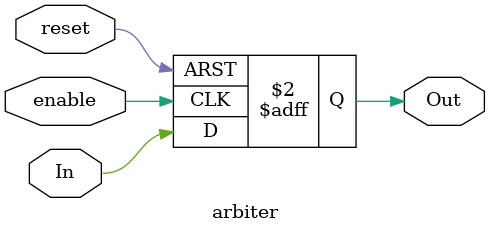
<source format=v>
`timescale 1ns / 1ps

(* DONT_TOUCH="true | yes"*)
module arbiter(In, enable, reset, Out);

input In, enable, reset;
output Out;

(* dont_touch = "true" *) reg Out;
(* dont_touch = "true" *) wire In, enable, reset;

always@(posedge enable or posedge reset) begin
    if(reset)
        Out=0;
    else
        Out=In;
end

endmodule

</source>
